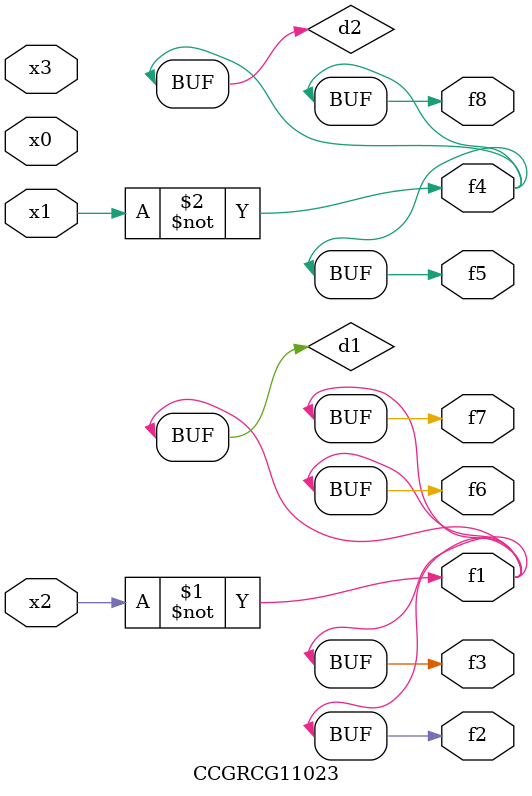
<source format=v>
module CCGRCG11023(
	input x0, x1, x2, x3,
	output f1, f2, f3, f4, f5, f6, f7, f8
);

	wire d1, d2;

	xnor (d1, x2);
	not (d2, x1);
	assign f1 = d1;
	assign f2 = d1;
	assign f3 = d1;
	assign f4 = d2;
	assign f5 = d2;
	assign f6 = d1;
	assign f7 = d1;
	assign f8 = d2;
endmodule

</source>
